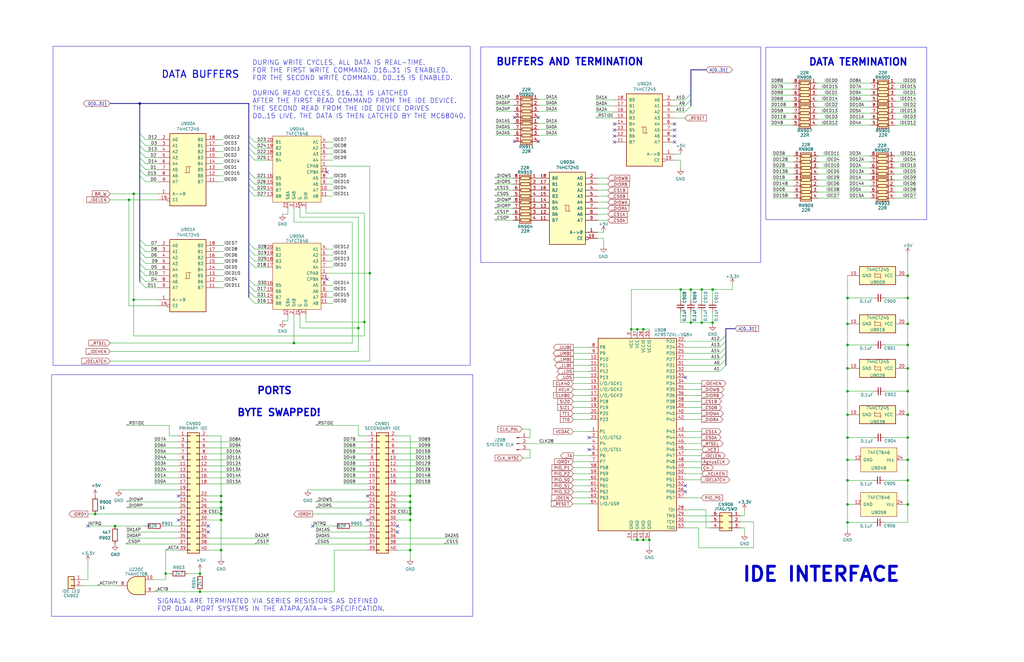
<source format=kicad_sch>
(kicad_sch (version 20230121) (generator eeschema)
  (paper "B")
  (title_block (title "AMIGA PCI") (date "2023-12-31") (rev "1"))
  (junction (at 357.378 184.658))
  (junction (at 172.974 219.456))
  (junction (at 357.378 125.73))
  (junction (at 357.378 155.448))
  (junction (at 357.378 202.692))
  (junction (at 357.378 175.006))
  (junction (at 54.356 84.328))
  (junction (at 357.378 145.542))
  (junction (at 93.218 219.456))
  (junction (at 123.952 144.78))
  (junction (at 382.778 202.692))
  (junction (at 357.378 220.472))
  (junction (at 273.812 227.838))
  (junction (at 295.91 136.144))
  (junction (at 84.328 242.062))
  (junction (at 172.974 216.916))
  (junction (at 300.482 122.174))
  (junction (at 271.272 227.838))
  (junction (at 155.956 115.316))
  (junction (at 382.778 155.448))
  (junction (at 93.218 209.296))
  (junction (at 382.778 175.006))
  (junction (at 151.13 138.43))
  (junction (at 271.272 138.938))
  (junction (at 357.378 165.1))
  (junction (at 40.132 216.916))
  (junction (at 58.928 43.688))
  (junction (at 172.974 211.836))
  (junction (at 153.67 135.89))
  (junction (at 291.338 136.144))
  (junction (at 382.778 116.332))
  (junction (at 382.778 165.1))
  (junction (at 357.378 212.852))
  (junction (at 268.732 138.938))
  (junction (at 56.388 81.788))
  (junction (at 268.732 227.838))
  (junction (at 93.218 211.836))
  (junction (at 295.91 122.174))
  (junction (at 382.778 145.542))
  (junction (at 93.218 232.156))
  (junction (at 48.514 221.996))
  (junction (at 357.378 194.056))
  (junction (at 69.85 242.062))
  (junction (at 382.778 194.056))
  (junction (at 172.974 214.376))
  (junction (at 357.378 136.652))
  (junction (at 300.482 136.144))
  (junction (at 93.218 214.376))
  (junction (at 382.778 184.658))
  (junction (at 382.778 125.73))
  (junction (at 382.778 212.852))
  (junction (at 172.974 232.156))
  (junction (at 56.388 126.492))
  (junction (at 93.218 216.916))
  (junction (at 382.778 136.652))
  (junction (at 291.338 122.174))
  (junction (at 266.192 138.938))
  (junction (at 172.974 209.296))
  (junction (at 287.02 122.174))
  (junction (at 84.328 249.682))
  (no_connect (at 248.412 189.738))
  (no_connect (at 87.884 221.996))
  (no_connect (at 37.084 221.996))
  (no_connect (at 289.052 207.518))
  (no_connect (at 284.48 57.404))
  (no_connect (at 259.08 54.864))
  (no_connect (at 289.052 159.258))
  (no_connect (at 216.916 59.69))
  (no_connect (at 137.922 117.856))
  (no_connect (at 87.884 224.536))
  (no_connect (at 216.916 49.53))
  (no_connect (at 154.94 209.296))
  (no_connect (at 284.48 52.324))
  (no_connect (at 259.08 59.944))
  (no_connect (at 259.08 52.324))
  (no_connect (at 289.052 204.978))
  (no_connect (at 284.48 59.944))
  (no_connect (at 167.64 224.536))
  (no_connect (at 227.076 49.53))
  (no_connect (at 131.826 221.996))
  (no_connect (at 284.48 54.864))
  (no_connect (at 259.08 57.404))
  (no_connect (at 248.412 184.658))
  (no_connect (at 167.64 221.996))
  (no_connect (at 227.076 59.69))
  (no_connect (at 75.184 209.296))
  (no_connect (at 154.94 219.456))
  (no_connect (at 75.184 219.456))
  (no_connect (at 137.922 72.644))
  (bus_entry (at 104.902 122.936) (size 2.54 2.54))
  (bus_entry (at 104.902 77.724) (size 2.54 2.54))
  (bus_entry (at 104.902 57.404) (size 2.54 2.54))
  (bus_entry (at 104.902 102.616) (size 2.54 2.54))
  (bus_entry (at 58.928 118.872) (size 2.54 2.54))
  (bus_entry (at 303.53 144.018) (size 2.54 -2.54))
  (bus_entry (at 104.902 125.476) (size 2.54 2.54))
  (bus_entry (at 58.928 64.008) (size 2.54 2.54))
  (bus_entry (at 58.928 106.172) (size 2.54 2.54))
  (bus_entry (at 104.902 105.156) (size 2.54 2.54))
  (bus_entry (at 58.928 113.792) (size 2.54 2.54))
  (bus_entry (at 58.928 111.252) (size 2.54 2.54))
  (bus_entry (at 104.902 72.644) (size 2.54 2.54))
  (bus_entry (at 104.902 120.396) (size 2.54 2.54))
  (bus_entry (at 303.53 156.718) (size 2.54 -2.54))
  (bus_entry (at 58.928 69.088) (size 2.54 2.54))
  (bus_entry (at 303.53 154.178) (size 2.54 -2.54))
  (bus_entry (at 104.902 107.696) (size 2.54 2.54))
  (bus_entry (at 104.902 110.236) (size 2.54 2.54))
  (bus_entry (at 58.928 103.632) (size 2.54 2.54))
  (bus_entry (at 104.902 59.944) (size 2.54 2.54))
  (bus_entry (at 58.928 56.388) (size 2.54 2.54))
  (bus_entry (at 104.902 75.184) (size 2.54 2.54))
  (bus_entry (at 104.902 117.856) (size 2.54 2.54))
  (bus_entry (at 104.902 80.264) (size 2.54 2.54))
  (bus_entry (at 104.902 62.484) (size 2.54 2.54))
  (bus_entry (at 104.902 65.024) (size 2.54 2.54))
  (bus_entry (at 58.928 101.092) (size 2.54 2.54))
  (bus_entry (at 303.53 149.098) (size 2.54 -2.54))
  (bus_entry (at 58.928 108.712) (size 2.54 2.54))
  (bus_entry (at 288.798 42.164) (size 2.54 -2.54))
  (bus_entry (at 58.928 58.928) (size 2.54 2.54))
  (bus_entry (at 58.928 66.548) (size 2.54 2.54))
  (bus_entry (at 58.928 71.628) (size 2.54 2.54))
  (bus_entry (at 288.798 47.244) (size 2.54 -2.54))
  (bus_entry (at 303.53 151.638) (size 2.54 -2.54))
  (bus_entry (at 58.928 74.168) (size 2.54 2.54))
  (bus_entry (at 288.798 44.704) (size 2.54 -2.54))
  (bus_entry (at 58.928 116.332) (size 2.54 2.54))
  (bus_entry (at 303.53 146.558) (size 2.54 -2.54))
  (bus_entry (at 58.928 61.468) (size 2.54 2.54))
  (wire (pts (xy 325.12 50.292) (xy 334.264 50.292)))
  (wire (pts (xy 251.206 49.784) (xy 259.08 49.784)))
  (wire (pts (xy 297.688 222.758) (xy 297.688 215.138)))
  (wire (pts (xy 325.12 37.592) (xy 334.264 37.592)))
  (wire (pts (xy 61.468 66.548) (xy 66.548 66.548)))
  (wire (pts (xy 344.932 70.866) (xy 354.076 70.866)))
  (wire (pts (xy 382.778 194.056) (xy 380.746 194.056)))
  (wire (pts (xy 107.442 112.776) (xy 112.522 112.776)))
  (wire (pts (xy 234.95 46.99) (xy 227.076 46.99)))
  (wire (pts (xy 65.024 199.136) (xy 75.184 199.136)))
  (wire (pts (xy 167.64 201.676) (xy 181.61 201.676)))
  (wire (pts (xy 61.468 64.008) (xy 66.548 64.008)))
  (wire (pts (xy 251.206 44.704) (xy 259.08 44.704)))
  (bus (pts (xy 58.928 43.688) (xy 46.482 43.688)))
  (wire (pts (xy 129.032 89.916) (xy 153.67 89.916)))
  (wire (pts (xy 209.042 57.15) (xy 216.916 57.15)))
  (wire (pts (xy 382.778 165.1) (xy 382.778 175.006)))
  (wire (pts (xy 61.468 111.252) (xy 66.548 111.252)))
  (wire (pts (xy 94.234 58.928) (xy 91.948 58.928)))
  (wire (pts (xy 140.462 67.564) (xy 137.922 67.564)))
  (wire (pts (xy 140.462 110.236) (xy 137.922 110.236)))
  (wire (pts (xy 377.19 68.326) (xy 386.334 68.326)))
  (wire (pts (xy 325.882 78.486) (xy 334.772 78.486)))
  (wire (pts (xy 357.378 224.028) (xy 357.378 220.472)))
  (wire (pts (xy 140.462 105.156) (xy 137.922 105.156)))
  (wire (pts (xy 71.628 242.062) (xy 69.85 242.062)))
  (wire (pts (xy 377.19 78.486) (xy 386.334 78.486)))
  (wire (pts (xy 129.794 206.756) (xy 154.94 206.756)))
  (wire (pts (xy 94.234 64.008) (xy 91.948 64.008)))
  (wire (pts (xy 287.02 122.174) (xy 266.192 122.174)))
  (wire (pts (xy 234.95 41.91) (xy 227.076 41.91)))
  (wire (pts (xy 107.442 110.236) (xy 112.522 110.236)))
  (wire (pts (xy 382.778 145.542) (xy 382.778 155.448)))
  (wire (pts (xy 56.388 126.492) (xy 66.548 126.492)))
  (wire (pts (xy 382.778 125.73) (xy 373.38 125.73)))
  (wire (pts (xy 94.234 61.468) (xy 91.948 61.468)))
  (wire (pts (xy 251.968 85.344) (xy 256.286 85.344)))
  (wire (pts (xy 377.19 83.566) (xy 386.334 83.566)))
  (wire (pts (xy 344.424 37.592) (xy 353.314 37.592)))
  (wire (pts (xy 65.024 186.436) (xy 75.184 186.436)))
  (wire (pts (xy 209.042 46.99) (xy 216.916 46.99)))
  (wire (pts (xy 107.442 125.476) (xy 112.522 125.476)))
  (bus (pts (xy 104.902 43.688) (xy 104.902 57.404)))
  (wire (pts (xy 382.778 136.652) (xy 382.778 145.542)))
  (bus (pts (xy 104.902 77.724) (xy 104.902 80.264)))
  (bus (pts (xy 58.928 43.688) (xy 104.902 43.688)))
  (wire (pts (xy 107.442 122.936) (xy 112.522 122.936)))
  (wire (pts (xy 123.952 87.884) (xy 123.952 93.726)))
  (wire (pts (xy 373.126 220.472) (xy 382.778 220.472)))
  (wire (pts (xy 289.052 156.718) (xy 303.53 156.718)))
  (bus (pts (xy 291.338 29.464) (xy 297.688 29.464)))
  (wire (pts (xy 129.032 87.884) (xy 129.032 89.916)))
  (wire (pts (xy 223.52 181.102) (xy 220.218 181.102)))
  (bus (pts (xy 58.928 56.388) (xy 58.928 43.688)))
  (wire (pts (xy 94.488 108.712) (xy 91.948 108.712)))
  (wire (pts (xy 153.67 135.89) (xy 129.032 135.89)))
  (wire (pts (xy 53.086 229.616) (xy 75.184 229.616)))
  (wire (pts (xy 357.378 194.056) (xy 357.378 202.692)))
  (wire (pts (xy 123.952 144.78) (xy 148.59 144.78)))
  (wire (pts (xy 368.3 145.542) (xy 357.378 145.542)))
  (wire (pts (xy 358.14 37.592) (xy 367.284 37.592)))
  (wire (pts (xy 126.492 133.096) (xy 126.492 138.43)))
  (wire (pts (xy 344.932 73.406) (xy 354.076 73.406)))
  (wire (pts (xy 382.778 212.852) (xy 380.746 212.852)))
  (bus (pts (xy 291.338 42.164) (xy 291.338 39.624)))
  (wire (pts (xy 223.52 193.294) (xy 220.472 193.294)))
  (wire (pts (xy 308.864 122.174) (xy 300.482 122.174)))
  (wire (pts (xy 65.024 191.516) (xy 75.184 191.516)))
  (wire (pts (xy 167.64 186.436) (xy 181.61 186.436)))
  (wire (pts (xy 234.95 57.15) (xy 227.076 57.15)))
  (wire (pts (xy 289.052 210.058) (xy 295.656 210.058)))
  (wire (pts (xy 312.42 220.218) (xy 317.754 220.218)))
  (wire (pts (xy 208.534 77.724) (xy 216.408 77.724)))
  (wire (pts (xy 69.85 232.156) (xy 75.184 232.156)))
  (wire (pts (xy 75.184 183.896) (xy 71.374 183.896)))
  (wire (pts (xy 344.424 40.132) (xy 353.314 40.132)))
  (wire (pts (xy 144.78 194.056) (xy 154.94 194.056)))
  (wire (pts (xy 87.884 219.456) (xy 93.218 219.456)))
  (wire (pts (xy 382.778 155.448) (xy 382.778 165.1)))
  (wire (pts (xy 65.024 188.976) (xy 75.184 188.976)))
  (wire (pts (xy 300.482 122.174) (xy 300.482 126.746)))
  (bus (pts (xy 58.928 101.092) (xy 58.928 103.632)))
  (wire (pts (xy 241.808 182.118) (xy 248.412 182.118)))
  (wire (pts (xy 87.884 211.836) (xy 93.218 211.836)))
  (wire (pts (xy 61.468 69.088) (xy 66.548 69.088)))
  (wire (pts (xy 65.024 196.596) (xy 75.184 196.596)))
  (wire (pts (xy 93.218 219.456) (xy 93.218 232.156)))
  (wire (pts (xy 56.388 81.788) (xy 66.548 81.788)))
  (wire (pts (xy 87.884 194.056) (xy 101.6 194.056)))
  (wire (pts (xy 46.482 144.78) (xy 123.952 144.78)))
  (wire (pts (xy 107.442 77.724) (xy 112.522 77.724)))
  (wire (pts (xy 234.95 44.45) (xy 227.076 44.45)))
  (wire (pts (xy 65.024 249.682) (xy 84.328 249.682)))
  (wire (pts (xy 300.482 136.144) (xy 300.482 136.906)))
  (wire (pts (xy 68.834 221.996) (xy 75.184 221.996)))
  (wire (pts (xy 251.968 75.184) (xy 256.286 75.184)))
  (wire (pts (xy 289.052 166.878) (xy 295.91 166.878)))
  (wire (pts (xy 295.91 136.144) (xy 300.482 136.144)))
  (wire (pts (xy 119.126 135.382) (xy 119.126 135.636)))
  (wire (pts (xy 61.468 106.172) (xy 66.548 106.172)))
  (wire (pts (xy 325.882 83.566) (xy 334.772 83.566)))
  (wire (pts (xy 284.48 42.164) (xy 288.798 42.164)))
  (wire (pts (xy 50.038 206.756) (xy 75.184 206.756)))
  (wire (pts (xy 87.884 183.896) (xy 93.218 183.896)))
  (wire (pts (xy 312.42 217.678) (xy 313.944 217.678)))
  (wire (pts (xy 357.378 116.332) (xy 357.378 125.73)))
  (wire (pts (xy 358.14 78.486) (xy 367.03 78.486)))
  (wire (pts (xy 289.052 177.038) (xy 295.91 177.038)))
  (wire (pts (xy 289.052 149.098) (xy 303.53 149.098)))
  (wire (pts (xy 287.02 131.826) (xy 287.02 136.144)))
  (bus (pts (xy 58.928 66.548) (xy 58.928 64.008)))
  (wire (pts (xy 382.778 116.332) (xy 382.778 125.73)))
  (bus (pts (xy 58.928 61.468) (xy 58.928 58.928)))
  (bus (pts (xy 104.902 59.944) (xy 104.902 62.484)))
  (wire (pts (xy 144.78 204.216) (xy 154.94 204.216)))
  (wire (pts (xy 140.462 75.184) (xy 137.922 75.184)))
  (wire (pts (xy 107.442 65.024) (xy 112.522 65.024)))
  (wire (pts (xy 126.492 138.43) (xy 151.13 138.43)))
  (wire (pts (xy 167.64 211.836) (xy 172.974 211.836)))
  (wire (pts (xy 295.91 122.174) (xy 300.482 122.174)))
  (wire (pts (xy 266.192 122.174) (xy 266.192 138.938)))
  (wire (pts (xy 377.444 52.832) (xy 386.334 52.832)))
  (wire (pts (xy 358.14 47.752) (xy 367.284 47.752)))
  (wire (pts (xy 325.882 75.946) (xy 334.772 75.946)))
  (bus (pts (xy 306.07 149.098) (xy 306.07 146.558)))
  (wire (pts (xy 313.944 222.758) (xy 313.944 225.298)))
  (wire (pts (xy 167.64 188.976) (xy 181.61 188.976)))
  (wire (pts (xy 137.922 70.104) (xy 155.956 70.104)))
  (wire (pts (xy 53.34 214.376) (xy 75.184 214.376)))
  (wire (pts (xy 209.042 54.61) (xy 216.916 54.61)))
  (wire (pts (xy 65.024 194.056) (xy 75.184 194.056)))
  (wire (pts (xy 251.968 98.044) (xy 254.508 98.044)))
  (wire (pts (xy 66.548 129.032) (xy 54.356 129.032)))
  (bus (pts (xy 58.928 74.168) (xy 58.928 71.628)))
  (wire (pts (xy 382.778 202.692) (xy 382.778 212.852)))
  (wire (pts (xy 248.412 174.498) (xy 241.808 174.498)))
  (wire (pts (xy 325.882 65.786) (xy 334.772 65.786)))
  (wire (pts (xy 61.468 113.792) (xy 66.548 113.792)))
  (wire (pts (xy 357.378 125.73) (xy 357.378 136.652)))
  (wire (pts (xy 87.884 204.216) (xy 101.6 204.216)))
  (bus (pts (xy 104.902 57.404) (xy 104.902 59.944)))
  (bus (pts (xy 104.902 62.484) (xy 104.902 65.024)))
  (wire (pts (xy 344.424 42.672) (xy 353.314 42.672)))
  (bus (pts (xy 104.902 107.696) (xy 104.902 110.236)))
  (wire (pts (xy 140.462 112.776) (xy 137.922 112.776)))
  (wire (pts (xy 167.64 199.136) (xy 181.61 199.136)))
  (wire (pts (xy 360.426 194.056) (xy 357.378 194.056)))
  (wire (pts (xy 148.59 93.726) (xy 148.59 144.78)))
  (wire (pts (xy 377.444 40.132) (xy 386.334 40.132)))
  (wire (pts (xy 209.042 41.91) (xy 216.916 41.91)))
  (wire (pts (xy 79.248 242.062) (xy 84.328 242.062)))
  (wire (pts (xy 84.328 249.682) (xy 140.97 249.682)))
  (wire (pts (xy 295.91 184.658) (xy 289.052 184.658)))
  (wire (pts (xy 377.444 35.052) (xy 386.334 35.052)))
  (wire (pts (xy 208.534 82.804) (xy 216.408 82.804)))
  (wire (pts (xy 358.14 35.052) (xy 367.284 35.052)))
  (wire (pts (xy 317.754 220.218) (xy 317.754 231.14)))
  (wire (pts (xy 144.78 196.596) (xy 154.94 196.596)))
  (wire (pts (xy 140.462 62.484) (xy 137.922 62.484)))
  (bus (pts (xy 104.902 102.616) (xy 104.902 105.156)))
  (wire (pts (xy 344.424 52.832) (xy 353.314 52.832)))
  (wire (pts (xy 140.462 120.396) (xy 137.922 120.396)))
  (bus (pts (xy 306.07 146.558) (xy 306.07 144.018)))
  (wire (pts (xy 144.78 199.136) (xy 154.94 199.136)))
  (wire (pts (xy 223.52 193.294) (xy 223.52 189.738)))
  (bus (pts (xy 104.902 122.936) (xy 104.902 125.476)))
  (wire (pts (xy 172.974 216.916) (xy 172.974 219.456)))
  (wire (pts (xy 87.884 191.516) (xy 101.6 191.516)))
  (bus (pts (xy 306.07 144.018) (xy 306.07 141.478)))
  (wire (pts (xy 357.378 155.448) (xy 357.378 165.1)))
  (wire (pts (xy 140.97 232.156) (xy 154.94 232.156)))
  (bus (pts (xy 291.338 44.704) (xy 291.338 42.164)))
  (wire (pts (xy 241.554 212.598) (xy 248.412 212.598)))
  (wire (pts (xy 295.91 122.174) (xy 295.91 126.746)))
  (wire (pts (xy 144.78 191.516) (xy 154.94 191.516)))
  (wire (pts (xy 123.952 133.096) (xy 123.952 144.78)))
  (wire (pts (xy 61.468 103.632) (xy 66.548 103.632)))
  (wire (pts (xy 94.488 103.632) (xy 91.948 103.632)))
  (wire (pts (xy 377.19 75.946) (xy 386.334 75.946)))
  (wire (pts (xy 94.488 121.412) (xy 91.948 121.412)))
  (wire (pts (xy 344.932 78.486) (xy 354.076 78.486)))
  (wire (pts (xy 172.974 232.156) (xy 172.974 235.712)))
  (wire (pts (xy 129.032 135.89) (xy 129.032 133.096)))
  (wire (pts (xy 377.444 47.752) (xy 386.334 47.752)))
  (wire (pts (xy 208.534 85.344) (xy 216.408 85.344)))
  (wire (pts (xy 284.48 47.244) (xy 288.798 47.244)))
  (wire (pts (xy 37.084 216.916) (xy 40.132 216.916)))
  (wire (pts (xy 325.12 45.212) (xy 334.264 45.212)))
  (wire (pts (xy 344.424 35.052) (xy 353.314 35.052)))
  (wire (pts (xy 291.338 136.144) (xy 295.91 136.144)))
  (wire (pts (xy 284.48 44.704) (xy 288.798 44.704)))
  (wire (pts (xy 344.932 65.786) (xy 354.076 65.786)))
  (bus (pts (xy 58.928 106.172) (xy 58.928 108.712)))
  (wire (pts (xy 84.328 240.792) (xy 84.328 242.062)))
  (wire (pts (xy 289.052 174.498) (xy 295.91 174.498)))
  (wire (pts (xy 35.052 244.602) (xy 37.084 244.602)))
  (wire (pts (xy 61.468 108.712) (xy 66.548 108.712)))
  (wire (pts (xy 69.85 244.602) (xy 69.85 242.062)))
  (bus (pts (xy 58.928 116.332) (xy 58.928 118.872)))
  (wire (pts (xy 251.968 87.884) (xy 256.286 87.884)))
  (wire (pts (xy 241.808 194.818) (xy 248.412 194.818)))
  (wire (pts (xy 53.34 224.536) (xy 75.184 224.536)))
  (wire (pts (xy 140.462 125.476) (xy 137.922 125.476)))
  (wire (pts (xy 251.206 47.244) (xy 259.08 47.244)))
  (bus (pts (xy 58.928 108.712) (xy 58.928 111.252)))
  (wire (pts (xy 140.462 77.724) (xy 137.922 77.724)))
  (wire (pts (xy 107.442 75.184) (xy 112.522 75.184)))
  (wire (pts (xy 56.388 141.732) (xy 56.388 126.492)))
  (wire (pts (xy 325.882 73.406) (xy 334.772 73.406)))
  (wire (pts (xy 300.482 131.826) (xy 300.482 136.144)))
  (wire (pts (xy 140.462 122.936) (xy 137.922 122.936)))
  (wire (pts (xy 284.48 65.024) (xy 287.02 65.024)))
  (wire (pts (xy 358.14 65.786) (xy 367.03 65.786)))
  (wire (pts (xy 61.468 118.872) (xy 66.548 118.872)))
  (wire (pts (xy 133.096 211.836) (xy 154.94 211.836)))
  (wire (pts (xy 53.34 211.836) (xy 75.184 211.836)))
  (wire (pts (xy 144.78 188.976) (xy 154.94 188.976)))
  (wire (pts (xy 271.272 138.938) (xy 273.812 138.938)))
  (wire (pts (xy 373.38 184.658) (xy 382.778 184.658)))
  (wire (pts (xy 299.72 222.758) (xy 297.688 222.758)))
  (wire (pts (xy 289.052 217.678) (xy 299.72 217.678)))
  (wire (pts (xy 295.656 202.438) (xy 289.052 202.438)))
  (wire (pts (xy 358.14 42.672) (xy 367.284 42.672)))
  (wire (pts (xy 358.14 70.866) (xy 367.03 70.866)))
  (wire (pts (xy 325.12 47.752) (xy 334.264 47.752)))
  (wire (pts (xy 248.412 197.358) (xy 241.808 197.358)))
  (wire (pts (xy 357.378 136.652) (xy 357.378 145.542)))
  (wire (pts (xy 234.95 54.61) (xy 227.076 54.61)))
  (bus (pts (xy 104.902 117.856) (xy 104.902 120.396)))
  (wire (pts (xy 133.096 179.578) (xy 151.13 179.578)))
  (wire (pts (xy 153.67 135.89) (xy 153.67 141.732)))
  (wire (pts (xy 295.91 131.826) (xy 295.91 136.144)))
  (wire (pts (xy 107.442 105.156) (xy 112.522 105.156)))
  (wire (pts (xy 368.046 220.472) (xy 357.378 220.472)))
  (wire (pts (xy 208.534 90.424) (xy 216.408 90.424)))
  (wire (pts (xy 223.52 184.658) (xy 223.012 184.658)))
  (wire (pts (xy 46.482 152.4) (xy 155.956 152.4)))
  (wire (pts (xy 167.64 194.056) (xy 181.61 194.056)))
  (wire (pts (xy 289.052 161.798) (xy 295.91 161.798)))
  (wire (pts (xy 223.52 189.738) (xy 223.012 189.738)))
  (wire (pts (xy 46.482 148.336) (xy 151.13 148.336)))
  (wire (pts (xy 87.884 216.916) (xy 93.218 216.916)))
  (wire (pts (xy 223.52 181.102) (xy 223.52 184.658)))
  (wire (pts (xy 358.14 73.406) (xy 367.03 73.406)))
  (wire (pts (xy 251.206 42.164) (xy 259.08 42.164)))
  (wire (pts (xy 61.468 76.708) (xy 66.548 76.708)))
  (bus (pts (xy 104.902 105.156) (xy 104.902 107.696)))
  (wire (pts (xy 241.808 156.718) (xy 248.412 156.718)))
  (wire (pts (xy 248.412 202.438) (xy 241.808 202.438)))
  (wire (pts (xy 291.338 122.174) (xy 295.91 122.174)))
  (wire (pts (xy 167.64 216.916) (xy 172.974 216.916)))
  (wire (pts (xy 241.808 171.958) (xy 248.412 171.958)))
  (wire (pts (xy 289.052 220.218) (xy 299.72 220.218)))
  (wire (pts (xy 107.442 59.944) (xy 112.522 59.944)))
  (wire (pts (xy 94.234 74.168) (xy 91.948 74.168)))
  (wire (pts (xy 248.412 151.638) (xy 241.808 151.638)))
  (wire (pts (xy 357.378 165.1) (xy 357.378 175.006)))
  (wire (pts (xy 167.64 196.596) (xy 181.61 196.596)))
  (wire (pts (xy 241.808 177.038) (xy 248.412 177.038)))
  (wire (pts (xy 132.842 229.616) (xy 154.94 229.616)))
  (wire (pts (xy 382.778 194.056) (xy 382.778 202.692)))
  (wire (pts (xy 93.218 211.836) (xy 93.218 214.376)))
  (wire (pts (xy 87.884 196.596) (xy 101.6 196.596)))
  (wire (pts (xy 308.864 120.142) (xy 308.864 122.174)))
  (wire (pts (xy 94.234 71.628) (xy 91.948 71.628)))
  (wire (pts (xy 295.91 171.958) (xy 289.052 171.958)))
  (wire (pts (xy 167.64 209.296) (xy 172.974 209.296)))
  (wire (pts (xy 208.534 92.964) (xy 216.408 92.964)))
  (wire (pts (xy 155.956 70.104) (xy 155.956 115.316)))
  (wire (pts (xy 93.218 214.376) (xy 93.218 216.916)))
  (wire (pts (xy 377.19 73.406) (xy 386.334 73.406)))
  (wire (pts (xy 61.468 58.928) (xy 66.548 58.928)))
  (wire (pts (xy 289.052 194.818) (xy 295.91 194.818)))
  (bus (pts (xy 104.902 120.396) (xy 104.902 122.936)))
  (wire (pts (xy 287.02 126.746) (xy 287.02 122.174)))
  (wire (pts (xy 317.754 231.14) (xy 294.64 231.14)))
  (wire (pts (xy 94.488 118.872) (xy 91.948 118.872)))
  (wire (pts (xy 325.882 68.326) (xy 334.772 68.326)))
  (wire (pts (xy 133.096 224.536) (xy 154.94 224.536)))
  (bus (pts (xy 306.07 154.178) (xy 306.07 151.638)))
  (wire (pts (xy 358.14 68.326) (xy 367.03 68.326)))
  (wire (pts (xy 148.59 221.996) (xy 154.94 221.996)))
  (wire (pts (xy 61.468 116.332) (xy 66.548 116.332)))
  (wire (pts (xy 377.19 81.026) (xy 386.334 81.026)))
  (wire (pts (xy 241.808 161.798) (xy 248.412 161.798)))
  (wire (pts (xy 289.052 215.138) (xy 297.688 215.138)))
  (wire (pts (xy 140.462 65.024) (xy 137.922 65.024)))
  (wire (pts (xy 273.812 227.838) (xy 273.812 231.14)))
  (wire (pts (xy 71.374 183.896) (xy 71.374 179.578)))
  (wire (pts (xy 358.14 75.946) (xy 367.03 75.946)))
  (wire (pts (xy 358.14 83.566) (xy 367.03 83.566)))
  (wire (pts (xy 167.64 219.456) (xy 172.974 219.456)))
  (wire (pts (xy 93.218 216.916) (xy 93.218 219.456)))
  (wire (pts (xy 107.442 107.696) (xy 112.522 107.696)))
  (wire (pts (xy 295.91 199.898) (xy 289.052 199.898)))
  (wire (pts (xy 46.482 84.328) (xy 54.356 84.328)))
  (wire (pts (xy 266.192 227.838) (xy 268.732 227.838)))
  (wire (pts (xy 294.64 231.14) (xy 294.64 222.758)))
  (wire (pts (xy 358.14 40.132) (xy 367.284 40.132)))
  (wire (pts (xy 140.462 82.804) (xy 137.922 82.804)))
  (wire (pts (xy 54.356 129.032) (xy 54.356 84.328)))
  (wire (pts (xy 35.052 247.142) (xy 49.784 247.142)))
  (wire (pts (xy 325.12 35.052) (xy 334.264 35.052)))
  (wire (pts (xy 140.462 107.696) (xy 137.922 107.696)))
  (wire (pts (xy 289.052 154.178) (xy 303.53 154.178)))
  (wire (pts (xy 358.14 81.026) (xy 367.03 81.026)))
  (wire (pts (xy 172.974 209.296) (xy 172.974 211.836)))
  (wire (pts (xy 241.808 146.558) (xy 248.412 146.558)))
  (wire (pts (xy 325.12 52.832) (xy 334.264 52.832)))
  (wire (pts (xy 131.826 221.996) (xy 140.97 221.996)))
  (wire (pts (xy 123.952 93.726) (xy 148.59 93.726)))
  (wire (pts (xy 295.91 164.338) (xy 289.052 164.338)))
  (bus (pts (xy 58.928 64.008) (xy 58.928 61.468)))
  (bus (pts (xy 104.902 80.264) (xy 104.902 102.616)))
  (wire (pts (xy 241.808 154.178) (xy 248.412 154.178)))
  (bus (pts (xy 58.928 103.632) (xy 58.928 106.172)))
  (bus (pts (xy 58.928 74.168) (xy 58.928 101.092)))
  (wire (pts (xy 325.12 40.132) (xy 334.264 40.132)))
  (wire (pts (xy 313.944 215.392) (xy 313.944 217.678)))
  (wire (pts (xy 140.462 59.944) (xy 137.922 59.944)))
  (wire (pts (xy 107.442 120.396) (xy 112.522 120.396)))
  (wire (pts (xy 93.218 183.896) (xy 93.218 209.296)))
  (wire (pts (xy 289.052 189.738) (xy 295.91 189.738)))
  (wire (pts (xy 65.024 244.602) (xy 69.85 244.602)))
  (wire (pts (xy 377.444 37.592) (xy 386.334 37.592)))
  (wire (pts (xy 377.444 45.212) (xy 386.334 45.212)))
  (wire (pts (xy 87.884 232.156) (xy 93.218 232.156)))
  (wire (pts (xy 291.338 131.826) (xy 291.338 136.144)))
  (wire (pts (xy 294.64 222.758) (xy 289.052 222.758)))
  (wire (pts (xy 382.778 184.658) (xy 382.778 194.056)))
  (bus (pts (xy 291.338 39.624) (xy 291.338 29.464)))
  (wire (pts (xy 360.426 212.852) (xy 357.378 212.852)))
  (wire (pts (xy 121.412 90.424) (xy 121.412 87.884)))
  (wire (pts (xy 377.444 50.292) (xy 386.334 50.292)))
  (wire (pts (xy 87.884 186.436) (xy 101.6 186.436)))
  (wire (pts (xy 40.132 216.916) (xy 75.184 216.916)))
  (wire (pts (xy 94.234 76.708) (xy 91.948 76.708)))
  (wire (pts (xy 344.932 83.566) (xy 354.076 83.566)))
  (wire (pts (xy 209.042 44.45) (xy 216.916 44.45)))
  (wire (pts (xy 241.808 159.258) (xy 248.412 159.258)))
  (wire (pts (xy 87.884 214.376) (xy 93.218 214.376)))
  (wire (pts (xy 94.488 116.332) (xy 91.948 116.332)))
  (bus (pts (xy 58.928 69.088) (xy 58.928 66.548)))
  (wire (pts (xy 93.218 232.156) (xy 93.218 235.712)))
  (wire (pts (xy 287.02 122.174) (xy 291.338 122.174)))
  (wire (pts (xy 248.412 199.898) (xy 241.808 199.898)))
  (wire (pts (xy 382.778 145.542) (xy 373.38 145.542)))
  (wire (pts (xy 295.91 169.418) (xy 289.052 169.418)))
  (wire (pts (xy 61.468 61.468) (xy 66.548 61.468)))
  (wire (pts (xy 241.808 164.338) (xy 248.412 164.338)))
  (wire (pts (xy 373.38 165.1) (xy 382.778 165.1)))
  (wire (pts (xy 37.084 236.982) (xy 37.084 244.602)))
  (bus (pts (xy 306.07 141.478) (xy 306.07 138.684)))
  (wire (pts (xy 87.884 188.976) (xy 101.6 188.976)))
  (wire (pts (xy 368.3 165.1) (xy 357.378 165.1)))
  (bus (pts (xy 104.902 72.644) (xy 104.902 75.184)))
  (wire (pts (xy 140.462 128.016) (xy 137.922 128.016)))
  (wire (pts (xy 94.488 106.172) (xy 91.948 106.172)))
  (bus (pts (xy 58.928 58.928) (xy 58.928 56.388)))
  (wire (pts (xy 234.95 52.07) (xy 227.076 52.07)))
  (bus (pts (xy 104.902 75.184) (xy 104.902 77.724)))
  (wire (pts (xy 289.052 144.018) (xy 303.53 144.018)))
  (wire (pts (xy 208.534 87.884) (xy 216.408 87.884)))
  (bus (pts (xy 306.07 138.684) (xy 309.88 138.684)))
  (wire (pts (xy 208.534 80.264) (xy 216.408 80.264)))
  (wire (pts (xy 287.02 67.564) (xy 284.48 67.564)))
  (wire (pts (xy 54.356 84.328) (xy 66.548 84.328)))
  (wire (pts (xy 94.488 111.252) (xy 91.948 111.252)))
  (wire (pts (xy 167.64 214.376) (xy 172.974 214.376)))
  (bus (pts (xy 104.902 65.024) (xy 104.902 72.644)))
  (wire (pts (xy 133.096 227.076) (xy 154.94 227.076)))
  (wire (pts (xy 382.778 107.188) (xy 382.778 116.332)))
  (wire (pts (xy 241.808 166.878) (xy 248.412 166.878)))
  (wire (pts (xy 140.97 249.682) (xy 140.97 232.156)))
  (wire (pts (xy 167.64 183.896) (xy 172.974 183.896)))
  (bus (pts (xy 58.928 71.628) (xy 58.928 69.088)))
  (wire (pts (xy 151.13 138.43) (xy 151.13 148.336)))
  (wire (pts (xy 289.052 182.118) (xy 295.91 182.118)))
  (wire (pts (xy 251.968 90.424) (xy 256.286 90.424)))
  (wire (pts (xy 167.64 191.516) (xy 181.61 191.516)))
  (wire (pts (xy 155.956 115.316) (xy 155.956 152.4)))
  (bus (pts (xy 58.928 111.252) (xy 58.928 113.792)))
  (wire (pts (xy 382.778 125.73) (xy 382.778 136.652)))
  (wire (pts (xy 172.974 214.376) (xy 172.974 216.916)))
  (wire (pts (xy 271.272 227.838) (xy 273.812 227.838)))
  (wire (pts (xy 121.412 135.382) (xy 121.412 133.096)))
  (wire (pts (xy 289.052 146.558) (xy 303.53 146.558)))
  (wire (pts (xy 94.234 69.088) (xy 91.948 69.088)))
  (wire (pts (xy 357.378 184.658) (xy 357.378 194.056)))
  (wire (pts (xy 87.884 227.076) (xy 113.538 227.076)))
  (wire (pts (xy 377.19 70.866) (xy 386.334 70.866)))
  (wire (pts (xy 144.78 186.436) (xy 154.94 186.436)))
  (wire (pts (xy 172.974 183.896) (xy 172.974 209.296)))
  (wire (pts (xy 56.388 141.732) (xy 153.67 141.732)))
  (wire (pts (xy 107.442 82.804) (xy 112.522 82.804)))
  (wire (pts (xy 291.338 122.174) (xy 291.338 126.746)))
  (wire (pts (xy 357.378 145.542) (xy 357.378 155.448)))
  (wire (pts (xy 251.968 77.724) (xy 256.286 77.724)))
  (wire (pts (xy 248.412 169.418) (xy 241.808 169.418)))
  (wire (pts (xy 167.64 232.156) (xy 172.974 232.156)))
  (wire (pts (xy 167.64 227.076) (xy 193.548 227.076)))
  (wire (pts (xy 107.442 67.564) (xy 112.522 67.564)))
  (bus (pts (xy 104.902 110.236) (xy 104.902 117.856)))
  (wire (pts (xy 87.884 201.676) (xy 101.6 201.676)))
  (wire (pts (xy 325.12 42.672) (xy 334.264 42.672)))
  (wire (pts (xy 151.13 183.896) (xy 151.13 179.578)))
  (wire (pts (xy 119.126 90.424) (xy 121.412 90.424)))
  (wire (pts (xy 344.424 50.292) (xy 353.314 50.292)))
  (wire (pts (xy 140.462 80.264) (xy 137.922 80.264)))
  (wire (pts (xy 107.442 128.016) (xy 112.522 128.016)))
  (wire (pts (xy 65.024 201.676) (xy 75.184 201.676)))
  (wire (pts (xy 87.884 209.296) (xy 93.218 209.296)))
  (wire (pts (xy 172.974 219.456) (xy 172.974 232.156)))
  (wire (pts (xy 151.13 91.694) (xy 151.13 138.43)))
  (wire (pts (xy 144.78 201.676) (xy 154.94 201.676)))
  (wire (pts (xy 153.67 89.916) (xy 153.67 135.89)))
  (wire (pts (xy 65.024 204.216) (xy 75.184 204.216)))
  (wire (pts (xy 268.732 138.938) (xy 271.272 138.938)))
  (wire (pts (xy 172.974 211.836) (xy 172.974 214.376)))
  (wire (pts (xy 94.488 113.792) (xy 91.948 113.792)))
  (wire (pts (xy 289.052 151.638) (xy 303.53 151.638)))
  (wire (pts (xy 295.91 187.198) (xy 289.052 187.198)))
  (wire (pts (xy 373.126 202.692) (xy 382.778 202.692)))
  (wire (pts (xy 241.554 210.058) (xy 248.412 210.058)))
  (wire (pts (xy 251.968 92.964) (xy 256.286 92.964)))
  (wire (pts (xy 248.412 204.978) (xy 241.808 204.978)))
  (wire (pts (xy 268.732 227.838) (xy 271.272 227.838)))
  (wire (pts (xy 87.884 199.136) (xy 101.6 199.136)))
  (wire (pts (xy 208.534 75.184) (xy 216.408 75.184)))
  (wire (pts (xy 357.378 175.006) (xy 357.378 184.658)))
  (wire (pts (xy 358.14 52.832) (xy 367.284 52.832)))
  (wire (pts (xy 223.012 187.198) (xy 248.412 187.198)))
  (wire (pts (xy 382.778 175.006) (xy 382.778 184.658)))
  (wire (pts (xy 137.922 115.316) (xy 155.956 115.316)))
  (wire (pts (xy 167.64 204.216) (xy 181.61 204.216)))
  (wire (pts (xy 325.882 81.026) (xy 334.772 81.026)))
  (wire (pts (xy 167.64 229.616) (xy 193.294 229.616)))
  (wire (pts (xy 344.932 68.326) (xy 354.076 68.326)))
  (wire (pts (xy 69.85 242.062) (xy 69.85 232.156)))
  (wire (pts (xy 357.378 125.73) (xy 356.87 125.73)))
  (wire (pts (xy 37.084 221.996) (xy 48.514 221.996)))
  (wire (pts (xy 133.096 214.376) (xy 154.94 214.376)))
  (wire (pts (xy 61.468 121.412) (xy 66.548 121.412)))
  (wire (pts (xy 266.192 138.938) (xy 268.732 138.938)))
  (wire (pts (xy 382.778 212.852) (xy 382.778 220.472)))
  (wire (pts (xy 325.882 70.866) (xy 334.772 70.866)))
  (wire (pts (xy 248.412 149.098) (xy 241.808 149.098)))
  (wire (pts (xy 368.046 202.692) (xy 357.378 202.692)))
  (wire (pts (xy 48.514 221.996) (xy 61.214 221.996)))
  (wire (pts (xy 126.492 87.884) (xy 126.492 91.694)))
  (bus (pts (xy 58.928 113.792) (xy 58.928 116.332)))
  (wire (pts (xy 287.02 67.564) (xy 287.02 71.12)))
  (wire (pts (xy 131.826 216.916) (xy 154.94 216.916)))
  (wire (pts (xy 209.042 52.07) (xy 216.916 52.07)))
  (wire (pts (xy 344.932 75.946) (xy 354.076 75.946)))
  (wire (pts (xy 295.91 192.278) (xy 289.052 192.278)))
  (wire (pts (xy 368.3 184.658) (xy 357.378 184.658)))
  (wire (pts (xy 358.14 50.292) (xy 367.284 50.292)))
  (wire (pts (xy 248.412 192.278) (xy 241.808 192.278)))
  (wire (pts (xy 87.884 229.616) (xy 113.538 229.616)))
  (wire (pts (xy 254.508 100.584) (xy 251.968 100.584)))
  (wire (pts (xy 357.378 202.692) (xy 357.378 212.852)))
  (wire (pts (xy 295.91 197.358) (xy 289.052 197.358)))
  (wire (pts (xy 358.14 45.212) (xy 367.284 45.212)))
  (wire (pts (xy 357.378 212.852) (xy 357.378 220.472)))
  (wire (pts (xy 284.48 49.784) (xy 288.798 49.784)))
  (wire (pts (xy 107.442 62.484) (xy 112.522 62.484)))
  (wire (pts (xy 287.02 136.144) (xy 291.338 136.144)))
  (wire (pts (xy 46.482 81.788) (xy 56.388 81.788)))
  (wire (pts (xy 61.468 74.168) (xy 66.548 74.168)))
  (wire (pts (xy 344.424 45.212) (xy 353.314 45.212)))
  (wire (pts (xy 126.492 91.694) (xy 151.13 91.694)))
  (wire (pts (xy 107.442 80.264) (xy 112.522 80.264)))
  (wire (pts (xy 312.42 222.758) (xy 313.944 222.758)))
  (wire (pts (xy 248.412 207.518) (xy 241.808 207.518)))
  (wire (pts (xy 93.218 209.296) (xy 93.218 211.836)))
  (wire (pts (xy 53.34 179.578) (xy 71.374 179.578)))
  (wire (pts (xy 251.968 82.804) (xy 256.286 82.804)))
  (wire (pts (xy 254.508 100.584) (xy 254.508 103.886)))
  (wire (pts (xy 344.932 81.026) (xy 354.076 81.026)))
  (wire (pts (xy 154.94 183.896) (xy 151.13 183.896)))
  (wire (pts (xy 61.468 71.628) (xy 66.548 71.628)))
  (wire (pts (xy 119.126 135.382) (xy 121.412 135.382)))
  (wire (pts (xy 53.34 227.076) (xy 75.184 227.076)))
  (wire (pts (xy 56.388 126.492) (xy 56.388 81.788)))
  (bus (pts (xy 306.07 151.638) (xy 306.07 149.098)))
  (wire (pts (xy 251.968 80.264) (xy 256.286 80.264)))
  (wire (pts (xy 344.424 47.752) (xy 353.314 47.752)))
  (wire (pts (xy 377.19 65.786) (xy 386.334 65.786)))
  (wire (pts (xy 377.444 42.672) (xy 386.334 42.672)))
  (wire (pts (xy 368.3 125.73) (xy 357.378 125.73)))
  (wire (pts (xy 94.234 66.548) (xy 91.948 66.548)))
  (rectangle (start 322.961 19.939) (end 390.779 92.71))
  (rectangle (start 202.692 19.812) (end 320.802 110.744))
  (rectangle (start 21.717 158.115) (end 199.39 260.096))
  (rectangle (start 22.352 19.558) (end 198.247 154.178))
  (text "PORTS" (at 108.204 166.751 0) (effects (font (size 3 3) bold) (justify left bottom)))
  (text "BUFFERS AND TERMINATION" (at 209.042 27.94 0) (effects (font (size 3 3) bold) (justify left bottom)))
  (text "DATA TERMINATION" (at 340.868 28.067 0) (effects (font (size 3 3) (thickness 0.6) bold) (justify left bottom)))
  (text "DATA BUFFERS" (at 67.945 33.274 0) (effects (font (size 3 3) (thickness 0.4) bold) (justify left bottom)))
  (text "IDE INTERFACE" (at 312.674 245.999 0) (effects (font (size 6 6) (thickness 1.2) bold) (justify left bottom)))
  (text "BYTE SWAPPED!" (at 99.822 176.022 0) (effects (font (size 3 3) (thickness 0.6) bold) (justify left bottom)))
  (text "DURING WRITE CYCLES, ALL DATA IS REAL-TIME. \nFOR THE FIRST WRITE COMMAND, D16..31 IS ENABLED.\nFOR THE SECOND WRITE COMMAND, D0..15 IS ENABLED.\n\nDURING READ CYCLES, D16..31 IS LATCHED \nAFTER THE FIRST READ COMMAND FROM THE IDE DEVICE.\nTHE SECOND READ FROM THE IDE DEVICE DRIVES\nD0..15 LIVE. THE DATA IS THEN LATCHED BY THE MC68040." (at 106.426 50.292 0) (effects (font (size 2 2)) (justify left bottom)))
  (text "SIGNALS ARE TERMINATED VIA SERIES RESISTORS AS DEFINED\nFOR DUAL PORT SYSTEMS IN THE ATAPA/ATA-4 SPECIFICATION." (at 66.294 258.191 0) (effects (font (size 2 2)) (justify left bottom)))
  (label "DD2B" (at 325.882 70.866 0))
  (label "DD8A" (at 358.14 35.052 0))
  (label "_CS0S" (at 132.842 229.616 0))
  (label "DA1AS" (at 209.042 52.07 0))
  (label "IDED2" (at 140.462 112.776 0))
  (label "IDED8" (at 94.488 106.172 0))
  (label "DD5A" (at 65.024 191.516 0))
  (label "DD0A" (at 65.024 204.216 0))
  (label "D14" (at 66.294 69.088 180))
  (label "IDED4" (at 140.462 80.264 0))
  (label "D13" (at 66.294 64.008 180))
  (label "A12" (at 303.53 144.018 180))
  (label "D11" (at 66.04 121.412 180))
  (label "DA1AP" (at 53.34 224.536 0))
  (label "DD3A" (at 65.024 196.596 0))
  (label "A9" (at 288.798 44.704 180))
  (label "DA1A" (at 234.95 41.91 180))
  (label "D28" (at 112.522 105.156 180))
  (label "DD6A" (at 358.14 42.672 0))
  (label "DD1A" (at 65.024 201.676 0))
  (label "IDED15" (at 140.462 125.476 0))
  (label "IDED13" (at 386.334 47.752 180))
  (label "DD9B" (at 325.12 40.132 0))
  (label "_DIOWP" (at 208.534 85.344 0))
  (label "D18" (at 112.268 112.776 180))
  (label "A15" (at 303.53 151.638 180))
  (label "IDED12" (at 353.314 52.832 180))
  (label "IDED15" (at 353.314 37.592 180))
  (label "DD14B" (at 181.61 201.676 180))
  (label "IDED13" (at 94.234 64.008 0))
  (label "D7" (at 66.294 103.632 180))
  (label "_DIORS" (at 208.534 77.724 0))
  (label "CLK28" (at 227.33 187.198 0))
  (label "DD6A" (at 65.024 188.976 0))
  (label "_DIORP" (at 208.534 87.884 0))
  (label "IDED3" (at 353.314 50.292 180))
  (label "IDED12" (at 386.334 52.832 180))
  (label "IDED4" (at 386.334 68.326 180))
  (label "IDED11" (at 140.462 82.804 0))
  (label "DD13B" (at 325.882 73.406 0))
  (label "DD0A" (at 358.14 81.026 0))
  (label "_ACTB" (at 65.278 249.682 0))
  (label "IDED6" (at 140.462 65.024 0))
  (label "IDED8" (at 386.334 81.026 180))
  (label "IDED8" (at 354.076 81.026 180))
  (label "D2" (at 66.04 66.548 180))
  (label "DA2A" (at 251.206 47.244 0))
  (label "DD7B" (at 144.78 186.436 0))
  (label "D21" (at 112.268 75.184 180))
  (label "_RSTIDE" (at 251.206 49.784 0))
  (label "DD5B" (at 325.12 47.752 0))
  (label "DD4A" (at 358.14 52.832 0))
  (label "D8" (at 66.294 106.172 180))
  (label "DD11B" (at 325.12 50.292 0))
  (label "IDED6" (at 94.488 108.712 0))
  (label "IDED14" (at 94.234 69.088 0))
  (label "DD9A" (at 101.6 188.976 180))
  (label "A11" (at 288.798 47.244 180))
  (label "D3" (at 66.294 61.468 180))
  (label "D22" (at 112.268 65.024 180))
  (label "D0" (at 66.04 76.708 180))
  (label "DD7A" (at 358.14 37.592 0))
  (label "DD6B" (at 325.12 42.672 0))
  (label "IDED10" (at 140.462 77.724 0))
  (label "IDED10" (at 94.488 116.332 0))
  (label "DD15B" (at 325.882 83.566 0))
  (label "D9" (at 66.548 111.252 180))
  (label "D25" (at 112.268 67.564 180))
  (label "DA0A" (at 234.95 44.45 180))
  (label "IDED3" (at 140.462 107.696 0))
  (label "IDED0" (at 353.314 35.052 180))
  (label "DD15B" (at 181.61 204.216 180))
  (label "DA1AS" (at 133.096 224.536 0))
  (label "DD11A" (at 101.6 194.056 180))
  (label "IDED11" (at 354.076 65.786 180))
  (label "D27" (at 112.268 82.804 180))
  (label "DD10B" (at 325.12 45.212 0))
  (label "IDED7" (at 354.076 83.566 180))
  (label "IDED9" (at 354.076 75.946 180))
  (label "DA1A" (at 234.95 52.07 180))
  (label "_DIOWS" (at 133.096 211.836 0))
  (label "IDED9" (at 140.462 67.564 0))
  (label "IDED7" (at 386.334 83.566 180))
  (label "DD3B" (at 325.882 65.786 0))
  (label "_CS1P" (at 113.538 229.616 180))
  (label "_DIOWS" (at 208.534 75.184 0))
  (label "_CS1P" (at 208.534 90.424 0))
  (label "INTRQ" (at 37.084 221.996 0))
  (label "IDED15" (at 386.334 37.592 180))
  (label "IDED15" (at 94.234 74.168 0))
  (label "IDED1" (at 386.334 40.132 180))
  (label "IDED6" (at 386.334 78.486 180))
  (label "IDED5" (at 354.076 73.406 180))
  (label "_CS0P" (at 53.086 229.616 0))
  (label "IDED4" (at 354.076 68.326 180))
  (label "DD10A" (at 101.6 191.516 180))
  (label "IDED0" (at 386.334 35.052 180))
  (label "IDED5" (at 140.462 75.184 0))
  (label "IDED3" (at 94.234 61.468 0))
  (label "CSELP" (at 87.884 216.916 0))
  (label "DD12B" (at 181.61 196.596 180))
  (label "D6" (at 66.294 108.712 180))
  (label "IDED5" (at 386.334 73.406 180))
  (label "DD15A" (at 101.6 204.216 180))
  (label "DD10A" (at 358.14 45.212 0))
  (label "_ACTA" (at 69.85 232.156 0))
  (label "A13" (at 303.53 146.558 180))
  (label "DD1B" (at 144.78 201.676 0))
  (label "IDED11" (at 94.488 121.412 0))
  (label "DD2B" (at 144.78 199.136 0))
  (label "D10" (at 66.548 116.332 180))
  (label "IDED1" (at 140.462 122.936 0))
  (label "IDED8" (at 140.462 62.484 0))
  (label "IDED0" (at 94.234 76.708 0))
  (label "DA0A" (at 234.95 54.61 180))
  (label "DD12B" (at 325.882 68.326 0))
  (label "DA0A" (at 251.206 44.704 0))
  (label "DD0B" (at 325.882 81.026 0))
  (label "D23" (at 112.268 59.944 180))
  (label "IDED0" (at 140.462 128.016 0))
  (label "DA2AS" (at 193.548 227.076 180))
  (label "D20" (at 112.268 80.264 180))
  (label "D15" (at 66.04 74.168 180))
  (label "DD10B" (at 181.61 191.516 180))
  (label "D19" (at 112.522 107.696 180))
  (label "_ACTIVITY" (at 49.784 247.142 180))
  (label "DD8A" (at 101.6 186.436 180))
  (label "DA2A" (at 234.95 57.15 180))
  (label "D30" (at 112.522 120.396 180))
  (label "IDED10" (at 386.334 70.866 180))
  (label "IDED1" (at 94.234 71.628 0))
  (label "A14" (at 303.53 149.098 180))
  (label "DD15A" (at 358.14 83.566 0))
  (label "DD2A" (at 358.14 70.866 0))
  (label "_CS0S" (at 208.534 82.804 0))
  (label "D17" (at 112.268 122.936 180))
  (label "IDED14" (at 386.334 42.672 180))
  (label "DD13B" (at 181.61 199.136 180))
  (label "IDED12" (at 94.234 58.928 0))
  (label "IDED10" (at 354.076 70.866 180))
  (label "DA2A" (at 234.95 46.99 180))
  (label "_CS1S" (at 193.294 229.616 180))
  (label "IDED6" (at 354.076 78.486 180))
  (label "_RSTIDE" (at 53.34 179.578 0))
  (label "DD8B" (at 325.12 35.052 0))
  (label "DA2AP" (at 209.042 46.99 0))
  (label "DD11B" (at 181.61 194.056 180))
  (label "_DIORS" (at 133.096 214.376 0))
  (label "A10" (at 288.798 42.164 180))
  (label "DD14A" (at 101.6 201.676 180))
  (label "IDED12" (at 140.462 105.156 0))
  (label "DD9B" (at 181.61 188.976 180))
  (label "DD7A" (at 65.024 186.436 0))
  (label "DD9A" (at 358.14 40.132 0))
  (label "D12" (at 66.294 58.928 180))
  (label "IDED3" (at 386.334 50.292 180))
  (label "DD4A" (at 65.024 194.056 0))
  (label "DD11A" (at 358.14 50.292 0))
  (label "D24" (at 112.268 62.484 180))
  (label "DA0AS" (at 209.042 54.61 0))
  (label "IDED1" (at 353.314 40.132 180))
  (label "CSELS" (at 167.64 216.916 0))
  (label "DD6B" (at 144.78 188.976 0))
  (label "IDED9" (at 386.334 75.946 180))
  (label "DD5B" (at 144.78 191.516 0))
  (label "D16" (at 112.268 128.016 180))
  (label "_DIORP" (at 53.34 214.376 0))
  (label "IDED13" (at 140.462 110.236 0))
  (label "DA2AS" (at 209.042 57.15 0))
  (label "IDED11" (at 386.334 65.786 180))
  (label "IDED2" (at 353.314 45.212 180))
  (label "DA0AS" (at 133.096 227.076 0))
  (label "DD13A" (at 101.6 199.136 180))
  (label "DD3B" (at 144.78 196.596 0))
  (label "IDED13" (at 353.314 47.752 180))
  (label "DD3A" (at 358.14 65.786 0))
  (label "IDED14" (at 353.314 42.672 180))
  (label "_CS1S" (at 208.534 80.264 0))
  (label "DA2AP" (at 113.538 227.076 180))
  (label "DD2A" (at 65.024 199.136 0))
  (label "A1" (at 303.53 156.718 180))
  (label "D26" (at 112.268 77.724 180))
  (label "DD4B" (at 144.78 194.056 0))
  (label "IDED2" (at 386.334 45.212 180))
  (label "IDED7" (at 94.488 103.632 0))
  (label "DA1AP" (at 209.042 41.91 0))
  (label "IDED14" (at 140.462 120.396 0))
  (label "DA0AP" (at 53.34 227.076 0))
  (label "_RSTIDE" (at 133.096 179.578 0))
  (label "_CS0P" (at 208.534 92.964 0))
  (label "_DIOWP" (at 53.34 211.836 0))
  (label "DD1A" (at 358.14 75.946 0))
  (label "DD12A" (at 101.6 196.596 180))
  (label "D4" (at 66.294 118.872 180))
  (label "DD13A" (at 358.14 73.406 0))
  (label "DD1B" (at 325.882 75.946 0))
  (label "INTRQ" (at 131.826 221.996 0))
  (label "DA0AP" (at 209.042 44.45 0))
  (label "IDED5" (at 94.488 113.792 0))
  (label "DD14A" (at 358.14 78.486 0))
  (label "IDED7" (at 140.462 59.944 0))
  (label "DD8B" (at 181.61 186.436 180))
  (label "D1" (at 66.04 71.628 180))
  (label "IDED9" (at 94.488 111.252 0))
  (label "A0" (at 303.53 154.178 180))
  (label "D5" (at 66.294 113.792 180))
  (label "DD14B" (at 325.882 78.486 0))
  (label "DD4B" (at 325.12 52.832 0))
  (label "DD0B" (at 144.78 204.216 0))
  (label "IDED2" (at 94.234 66.548 0))
  (label "DD5A" (at 358.14 47.752 0))
  (label "DA1A" (at 251.206 42.164 0))
  (label "D31" (at 112.268 125.476 180))
  (label "DD12A" (at 358.14 68.326 0))
  (label "DD7B" (at 325.12 37.592 0))
  (label "IDED4" (at 94.488 118.872 0))
  (label "D29" (at 112.522 110.236 180))
  (global_label "_CS1B" (shape input) (at 256.286 80.264 0) (property "Intersheetrefs" "${INTERSHEET_REFS}" (at 265.1184 80.264 0) (effects (justify left))))
  (global_label "_CS0B" (shape output) (at 295.91 171.958 0) (property "Intersheetrefs" "${INTERSHEET_REFS}" (at 304.7424 171.958 0) (effects (justify left))))
  (global_label "_IDEHEN" (shape input) (at 46.482 148.336 180) (property "Intersheetrefs" "${INTERSHEET_REFS}" (at 35.7748 148.336 0) (effects (justify right))))
  (global_label "_IDEEN" (shape input) (at 241.554 210.058 180) (property "Intersheetrefs" "${INTERSHEET_REFS}" (at 232.0979 210.058 0) (effects (justify right))))
  (global_label "PIO_P0" (shape input) (at 295.656 210.058 0) (property "Intersheetrefs" "${INTERSHEET_REFS}" (at 305.2936 210.058 0) (effects (justify left))))
  (global_label "CLK80" (shape input) (at 241.808 166.878 180) (property "Intersheetrefs" "${INTERSHEET_REFS}" (at 232.8357 166.878 0) (effects (justify right))))
  (global_label "_DIORB" (shape output) (at 295.91 166.878 0) (property "Intersheetrefs" "${INTERSHEET_REFS}" (at 305.5287 166.878 0) (effects (justify left))))
  (global_label "IORDY" (shape output) (at 37.084 216.916 180) (property "Intersheetrefs" "${INTERSHEET_REFS}" (at 29.196 216.8366 0) (effects (justify right))))
  (global_label "TT0" (shape input) (at 241.808 177.038 180) (property "Intersheetrefs" "${INTERSHEET_REFS}" (at 235.6781 177.038 0) (effects (justify right))))
  (global_label "_DIOWA" (shape output) (at 295.91 174.498 0) (property "Intersheetrefs" "${INTERSHEET_REFS}" (at 305.5287 174.498 0) (effects (justify left))))
  (global_label "_UUBE" (shape output) (at 241.808 146.558 180) (property "Intersheetrefs" "${INTERSHEET_REFS}" (at 232.8546 146.558 0) (effects (justify right))))
  (global_label "A[0..31]" (shape bidirectional) (at 297.688 29.464 0) (property "Intersheetrefs" "${INTERSHEET_REFS}" (at 295.275 26.416 0) (effects (justify left))))
  (global_label "_IDELEN" (shape output) (at 295.91 192.278 0) (property "Intersheetrefs" "${INTERSHEET_REFS}" (at 306.3148 192.278 0) (effects (justify left))))
  (global_label "_DIOWB" (shape input) (at 256.286 75.184 0) (property "Intersheetrefs" "${INTERSHEET_REFS}" (at 266.0861 75.184 0) (effects (justify left))))
  (global_label "_IDEHEN" (shape output) (at 295.91 161.798 0) (property "Intersheetrefs" "${INTERSHEET_REFS}" (at 306.6172 161.798 0) (effects (justify left))))
  (global_label "IORDY" (shape input) (at 241.808 194.818 180) (property "Intersheetrefs" "${INTERSHEET_REFS}" (at 233.3383 194.818 0) (effects (justify right))))
  (global_label "_CS0B" (shape input) (at 256.286 82.804 0) (property "Intersheetrefs" "${INTERSHEET_REFS}" (at 265.1184 82.804 0) (effects (justify left))))
  (global_label "_CS1A" (shape output) (at 295.91 182.118 0) (property "Intersheetrefs" "${INTERSHEET_REFS}" (at 304.561 182.118 0) (effects (justify left))))
  (global_label "CLK40" (shape input) (at 241.808 161.798 180) (property "Intersheetrefs" "${INTERSHEET_REFS}" (at 232.8357 161.798 0) (effects (justify right))))
  (global_label "_IDELEN" (shape input) (at 46.482 84.328 180) (property "Intersheetrefs" "${INTERSHEET_REFS}" (at 36.0772 84.328 0) (effects (justify right))))
  (global_label "TT1" (shape input) (at 241.808 174.498 180) (property "Intersheetrefs" "${INTERSHEET_REFS}" (at 235.6781 174.498 0) (effects (justify right))))
  (global_label "_IDELATCH" (shape output) (at 295.656 202.438 0) (property "Intersheetrefs" "${INTERSHEET_REFS}" (at 308.3174 202.438 0) (effects (justify left))))
  (global_label "_LLBE" (shape output) (at 241.808 154.178 180) (property "Intersheetrefs" "${INTERSHEET_REFS}" (at 233.4594 154.178 0) (effects (justify right))))
  (global_label "_CS1B" (shape output) (at 295.91 169.418 0) (property "Intersheetrefs" "${INTERSHEET_REFS}" (at 304.7424 169.418 0) (effects (justify left))))
  (global_label "_DIOWA" (shape input) (at 256.286 85.344 0) (property "Intersheetrefs" "${INTERSHEET_REFS}" (at 265.9047 85.344 0) (effects (justify left))))
  (global_label "_RTSEL" (shape output) (at 295.91 187.198 0) (property "Intersheetrefs" "${INTERSHEET_REFS}" (at 305.4076 187.198 0) (effects (justify left))))
  (global_label "_CS0A" (shape output) (at 295.91 184.658 0) (property "Intersheetrefs" "${INTERSHEET_REFS}" (at 304.561 184.658 0) (effects (justify left))))
  (global_label "PIO_P1" (shape input) (at 241.808 197.358 180) (property "Intersheetrefs" "${INTERSHEET_REFS}" (at 232.1704 197.358 0) (effects (justify right))))
  (global_label "PIO_P2" (shape input) (at 241.808 199.898 180) (property "Intersheetrefs" "${INTERSHEET_REFS}" (at 232.1704 199.898 0) (effects (justify right))))
  (global_label "C4" (shape output) (at 295.91 197.358 0) (property "Intersheetrefs" "${INTERSHEET_REFS}" (at 301.2953 197.358 0) (effects (justify left))))
  (global_label "_RESET" (shape input) (at 241.554 212.598 180) (property "Intersheetrefs" "${INTERSHEET_REFS}" (at 231.9355 212.598 0) (effects (justify right))))
  (global_label "_DIOWB" (shape output) (at 295.91 164.338 0) (property "Intersheetrefs" "${INTERSHEET_REFS}" (at 305.7101 164.338 0) (effects (justify left))))
  (global_label "_VC3" (shape input) (at 295.91 189.738 0) (property "Intersheetrefs" "${INTERSHEET_REFS}" (at 303.3515 189.738 0) (effects (justify left))))
  (global_label "SIZ1" (shape input) (at 241.808 171.958 180) (property "Intersheetrefs" "${INTERSHEET_REFS}" (at 234.6689 171.958 0) (effects (justify right))))
  (global_label "SIZ0" (shape input) (at 241.808 169.418 180) (property "Intersheetrefs" "${INTERSHEET_REFS}" (at 234.6689 169.418 0) (effects (justify right))))
  (global_label "_CS0A" (shape input) (at 256.286 92.964 0) (property "Intersheetrefs" "${INTERSHEET_REFS}" (at 264.937 92.964 0) (effects (justify left))))
  (global_label "IORDY" (shape output) (at 131.826 216.916 180) (property "Intersheetrefs" "${INTERSHEET_REFS}" (at 123.938 216.8366 0) (effects (justify right))))
  (global_label "BR_W" (shape input) (at 46.482 81.788 180) (effects (font (size 1.2954 1.2954))) (property "Intersheetrefs" "${INTERSHEET_REFS}" (at 39.497 81.661 0) (effects (justify right))))
  (global_label "_IDELATCH" (shape input) (at 46.482 152.4 180) (property "Intersheetrefs" "${INTERSHEET_REFS}" (at 33.9 152.4 0) (effects (justify right))))
  (global_label "_UMBE" (shape output) (at 241.808 149.098 180) (property "Intersheetrefs" "${INTERSHEET_REFS}" (at 232.7337 149.098 0) (effects (justify right))))
  (global_label "D[0..31]" (shape bidirectional) (at 46.482 43.688 180) (property "Intersheetrefs" "${INTERSHEET_REFS}" (at 49.657 46.609 0) (effects (justify right))))
  (global_label "_DIORA" (shape output) (at 295.91 177.038 0) (property "Intersheetrefs" "${INTERSHEET_REFS}" (at 305.3473 177.038 0) (effects (justify left))))
  (global_label "PIO_S0" (shape input) (at 241.808 202.438 180) (property "Intersheetrefs" "${INTERSHEET_REFS}" (at 232.2309 202.438 0) (effects (justify right))))
  (global_label "_TA" (shape output) (at 241.808 192.278 180) (property "Intersheetrefs" "${INTERSHEET_REFS}" (at 235.799 192.278 0) (effects (justify right))))
  (global_label "XCLK" (shape input) (at 241.808 164.338 180) (property "Intersheetrefs" "${INTERSHEET_REFS}" (at 234.1246 164.338 0) (effects (justify right))))
  (global_label "_LDS" (shape output) (at 241.808 156.718 180) (property "Intersheetrefs" "${INTERSHEET_REFS}" (at 234.427 156.718 0) (effects (justify right))))
  (global_label "_DIORB" (shape input) (at 256.286 77.724 0) (property "Intersheetrefs" "${INTERSHEET_REFS}" (at 265.9047 77.724 0) (effects (justify left))))
  (global_label "_CS1A" (shape input) (at 256.286 90.424 0) (property "Intersheetrefs" "${INTERSHEET_REFS}" (at 264.937 90.424 0) (effects (justify left))))
  (global_label "_LMBE" (shape output) (at 241.808 151.638 180) (property "Intersheetrefs" "${INTERSHEET_REFS}" (at 233.0361 151.638 0) (effects (justify right))))
  (global_label "_UDS" (shape output) (at 241.808 159.258 180) (property "Intersheetrefs" "${INTERSHEET_REFS}" (at 234.1246 159.258 0) (effects (justify right))))
  (global_label "AgnusCLK" (shape output) (at 295.91 194.818 0) (effects (font (size 1.2954 1.2954))) (property "Intersheetrefs" "${INTERSHEET_REFS}" (at 308.1879 194.818 0) (effects (justify left))))
  (global_label "_RESET" (shape input) (at 288.798 49.784 0) (property "Intersheetrefs" "${INTERSHEET_REFS}" (at 298.4165 49.784 0) (effects (justify left))))
  (global_label "PIO_S2" (shape input) (at 241.808 207.518 180) (property "Intersheetrefs" "${INTERSHEET_REFS}" (at 232.2309 207.518 0) (effects (justify right))))
  (global_label "VCDAC" (shape input) (at 241.808 182.118 180) (property "Intersheetrefs" "${INTERSHEET_REFS}" (at 232.915 182.118 0) (effects (justify right))))
  (global_label "A[0..31]" (shape input) (at 309.88 138.684 0) (property "Intersheetrefs" "${INTERSHEET_REFS}" (at 308.356 141.732 0) (effects (justify left))))
  (global_label "_RTSEL" (shape input) (at 46.482 144.78 180) (property "Intersheetrefs" "${INTERSHEET_REFS}" (at 36.9844 144.78 0) (effects (justify right))))
  (global_label "CLK_NTSC" (shape input) (at 220.472 193.294 180) (property "Intersheetrefs" "${INTERSHEET_REFS}" (at 209.55 193.294 0) (effects (justify right))))
  (global_label "_DIORA" (shape input) (at 256.286 87.884 0) (property "Intersheetrefs" "${INTERSHEET_REFS}" (at 265.7233 87.884 0) (effects (justify left))))
  (global_label "_XCLKEN" (shape input) (at 295.91 199.898 0) (property "Intersheetrefs" "${INTERSHEET_REFS}" (at 307.0405 199.898 0) (effects (justify left))))
  (global_label "PIO_S1" (shape input) (at 241.808 204.978 180) (property "Intersheetrefs" "${INTERSHEET_REFS}" (at 232.2309 204.978 0) (effects (justify right))))
  (global_label "CLK_PAL" (shape input) (at 220.218 181.102 180) (property "Intersheetrefs" "${INTERSHEET_REFS}" (at 210.566 181.102 0) (effects (justify right))))
  (symbol (lib_id "AmigaPCI-Symbols:Conn_02x20_IDE") (at 80.264 206.756 0) (unit 1)
    (property "Reference" "CN900" (at 81.534 178.816 0))
    (property "Value" "PRIMARY IDE" (at 81.534 180.737 0))
    (property "Footprint" "AmigaPCI:ATA_Header_2x20_P2.54mm" (effects hide))
  )
  (symbol (lib_id "power:GND") (at 300.482 136.906 0) (unit 1)
    (property "Reference" "#PWR0223" (effects hide))
    (property "Value" "GND" (at 300.482 141.0415 0))
  )
  (symbol (lib_id "AmigaPCI-Symbols:74LVC245") (at 370.078 155.448 270) (unit 2)
    (property "Reference" "U902" (at 370.078 158.496 90))
    (property "Value" "74HCT245" (at 370.078 152.654 90))
    (property "Footprint" "Package_SO:TSSOP-20_4.4x6.5mm_P0.65mm" (effects hide))
    (property "Datasheet" "http://www.ti.com/lit/gpn/sn74LS245" (effects hide))
  )
  (symbol (lib_id "Device:R_Pack04") (at 339.344 40.132 90) (mirror x) (unit 1)
    (property "Reference" "RN906" (at 339.217 32.639 90))
    (property "Value" "22R" (at 339.217 30.718 90))
    (property "Footprint" "Resistor_SMD:R_Array_Convex_4x1206" (effects hide))
    (property "Part Number" "CAY16-470J4LF" (effects hide))
  )
  (symbol (lib_id "AmigaPCI-Symbols:Conn_02x20_IDE") (at 160.02 206.756 0) (unit 1)
    (property "Reference" "CN901" (at 161.29 178.816 0))
    (property "Value" "SECONDARY IDE" (at 161.29 180.737 0))
    (property "Footprint" "AmigaPCI:ATA_Header_2x20_P2.54mm" (effects hide))
  )
  (symbol (lib_id "power:+3.3V") (at 37.084 236.982 0) (unit 1)
    (property "Reference" "#PWR0216" (effects hide))
    (property "Value" "+3.3V" (at 37.084 233.4801 0))
  )
  (symbol (lib_id "Device:R") (at 75.438 242.062 90) (unit 1)
    (property "Reference" "R903" (at 77.978 239.522 90) (effects (justify left)))
    (property "Value" "2k7" (at 77.343 242.062 90) (effects (justify left)))
    (property "Footprint" "Resistor_SMD:R_0603_1608Metric" (effects hide))
  )
  (symbol (lib_id "CPLD_Xilinx:XC9572XL-VQ64") (at 268.732 182.118 0) (unit 1)
    (property "Reference" "U908" (at 275.844 139.303 0) (effects (justify left)))
    (property "Value" "XC9572XL-VQ64" (at 275.844 141.224 0) (effects (justify left)))
    (property "Footprint" "Package_QFP:TQFP-64_10x10mm_P0.5mm" (effects hide))
    (property "Datasheet" "http://www.xilinx.com/support/documentation/data_sheets/ds057.pdf" (effects hide))
  )
  (symbol (lib_id "AmigaPCI-Symbols:74FCT646") (at 370.586 212.852 270) (unit 2)
    (property "Reference" "U905" (at 367.284 216.281 90) (effects (font (size 1.2954 1.2954)) (justify left)))
    (property "Value" "74FCT646" (at 365.633 209.931 90) (effects (font (size 1.2954 1.2954)) (justify left)))
    (property "Footprint" "Package_SO:SOIC-24W_7.5x15.4mm_P1.27mm" (effects hide))
    (property "Digikey" "296-33244-5-ND" (effects hide))
  )
  (symbol (lib_id "Device:R_Pack04") (at 221.996 57.15 90) (mirror x) (unit 1)
    (property "Reference" "RN911" (at 221.996 61.976 90))
    (property "Value" "22R" (at 221.996 63.897 90))
    (property "Footprint" "Resistor_SMD:R_Array_Convex_4x1206" (effects hide))
    (property "Part Number" "CAY16-470J4LF" (effects hide))
  )
  (symbol (lib_id "AmigaPCI-Symbols:74FCT646") (at 370.586 194.056 270) (unit 2)
    (property "Reference" "U904" (at 367.284 197.485 90) (effects (font (size 1.2954 1.2954)) (justify left)))
    (property "Value" "74FCT646" (at 365.633 191.008 90) (effects (font (size 1.2954 1.2954)) (justify left)))
    (property "Footprint" "Package_SO:SOIC-24W_7.5x15.4mm_P1.27mm" (effects hide))
    (property "Digikey" "296-33244-5-ND" (effects hide))
  )
  (symbol (lib_id "power:GND") (at 50.038 206.756 0) (unit 1)
    (property "Reference" "#PWR0294" (effects hide))
    (property "Value" "GND" (at 50.038 211.1994 0))
  )
  (symbol (lib_id "Device:C_Small") (at 300.482 129.286 0) (unit 1)
    (property "Reference" "C911" (at 302.133 128.016 90) (effects (justify left)))
    (property "Value" "0.1uF" (at 302.006 135.763 90) (effects (justify left)))
    (property "Footprint" "Capacitor_SMD:C_0603_1608Metric" (effects hide))
  )
  (symbol (lib_id "power:GND") (at 357.378 224.028 0) (unit 1)
    (property "Reference" "#PWR034" (effects hide))
    (property "Value" "GND" (at 355.346 227.838 0) (effects (justify left)))
  )
  (symbol (lib_id "Device:C_Small") (at 291.338 129.286 0) (unit 1)
    (property "Reference" "C909" (at 292.989 128.016 90) (effects (justify left)))
    (property "Value" "0.1uF" (at 292.862 135.763 90) (effects (justify left)))
    (property "Footprint" "Capacitor_SMD:C_0603_1608Metric" (effects hide))
  )
  (symbol (lib_id "power:GND") (at 48.514 229.616 0) (unit 1)
    (property "Reference" "#PWR0293" (effects hide))
    (property "Value" "GND" (at 48.641 234.0102 0))
  )
  (symbol (lib_id "Device:R") (at 144.78 221.996 90) (unit 1)
    (property "Reference" "R905" (at 152.908 220.98 90) (effects (justify left)))
    (property "Value" "82R" (at 146.05 221.996 90) (effects (justify left)))
    (property "Footprint" "Resistor_SMD:R_0603_1608Metric" (effects hide))
  )
  (symbol (lib_id "Device:R_Pack04") (at 372.11 81.026 90) (mirror x) (unit 1)
    (property "Reference" "RN903" (at 372.11 85.852 90))
    (property "Value" "22R" (at 372.11 87.773 90))
    (property "Footprint" "Resistor_SMD:R_Array_Convex_4x1206" (effects hide))
    (property "Part Number" "CAY16-470J4LF" (effects hide))
  )
  (symbol (lib_id "Device:R_Pack04") (at 339.852 81.026 90) (mirror x) (unit 1)
    (property "Reference" "RN909" (at 339.852 86.741 90))
    (property "Value" "22R" (at 339.852 88.662 90))
    (property "Footprint" "Resistor_SMD:R_Array_Convex_4x1206" (effects hide))
    (property "Part Number" "CAY16-470J4LF" (effects hide))
  )
  (symbol (lib_id "Device:R_Pack04") (at 372.364 50.292 90) (mirror x) (unit 1)
    (property "Reference" "RN901" (at 372.364 55.118 90))
    (property "Value" "22R" (at 372.364 57.039 90))
    (property "Footprint" "Resistor_SMD:R_Array_Convex_4x1206" (effects hide))
    (property "Part Number" "CAY16-470J4LF" (effects hide))
  )
  (symbol (lib_id "AmigaPCI-Symbols:74LVC245") (at 79.248 116.332 0) (unit 1)
    (property "Reference" "U901" (at 79.248 96.8502 0))
    (property "Value" "74HCT245" (at 79.248 99.1616 0))
    (property "Footprint" "Package_SO:TSSOP-20_4.4x6.5mm_P0.65mm" (effects hide))
    (property "Datasheet" "http://www.ti.com/lit/gpn/sn74LS245" (effects hide))
  )
  (symbol (lib_id "AmigaPCI-Symbols:74LVC245") (at 79.248 71.628 0) (unit 1)
    (property "Reference" "U900" (at 79.248 52.1462 0))
    (property "Value" "74HCT245" (at 79.248 54.4576 0))
    (property "Footprint" "Package_SO:TSSOP-20_4.4x6.5mm_P0.65mm" (effects hide))
    (property "Datasheet" "http://www.ti.com/lit/gpn/sn74LS245" (effects hide))
  )
  (symbol (lib_id "AmigaPCI-Symbols:74FCT646") (at 125.222 116.586 0) (mirror y) (unit 1)
    (property "Reference" "U905" (at 125.222 99.6959 0) (effects (font (size 1.2954 1.2954))))
    (property "Value" "74FCT646" (at 125.222 101.6501 0) (effects (font (size 1.2954 1.2954))))
    (property "Footprint" "Package_SO:SOIC-24W_7.5x15.4mm_P1.27mm" (effects hide))
    (property "Digikey" "296-33244-5-ND" (effects hide))
  )
  (symbol (lib_id "AmigaPCI-Symbols:74LVC245") (at 370.078 136.652 270) (unit 2)
    (property "Reference" "U901" (at 370.078 139.192 90))
    (property "Value" "74HCT245" (at 370.078 134.112 90))
    (property "Footprint" "Package_SO:TSSOP-20_4.4x6.5mm_P0.65mm" (effects hide))
    (property "Datasheet" "http://www.ti.com/lit/gpn/sn74LS245" (effects hide))
  )
  (symbol (lib_id "Connector_Generic:Conn_01x02") (at 29.972 244.602 0) (mirror y) (unit 1)
    (property "Reference" "CN902" (at 29.972 251.4219 0))
    (property "Value" "IDE LED" (at 29.972 249.5009 0))
    (property "Footprint" "Connector_PinHeader_2.54mm:PinHeader_1x02_P2.54mm_Vertical" (effects hide))
  )
  (symbol (lib_id "power:GND") (at 313.944 225.298 0) (mirror y) (unit 1)
    (property "Reference" "#PWR0206" (effects hide))
    (property "Value" "GND" (at 313.944 229.4335 0))
  )
  (symbol (lib_id "Device:C_Small") (at 370.84 184.658 270) (unit 1)
    (property "Reference" "C904" (at 372.872 186.055 90) (effects (justify left)))
    (property "Value" "0.1uF" (at 362.839 186.182 90) (effects (justify left)))
    (property "Footprint" "Capacitor_SMD:C_0603_1608Metric" (effects hide))
  )
  (symbol (lib_id "Device:C_Small") (at 370.84 125.73 270) (unit 1)
    (property "Reference" "C900" (at 372.745 127.127 90) (effects (justify left)))
    (property "Value" "0.1uF" (at 362.458 127.127 90) (effects (justify left)))
    (property "Footprint" "Capacitor_SMD:C_0603_1608Metric" (effects hide))
  )
  (symbol (lib_id "AmigaPCI-Symbols:74FCT646") (at 125.222 71.374 0) (mirror y) (unit 1)
    (property "Reference" "U904" (at 125.222 54.4839 0) (effects (font (size 1.2954 1.2954))))
    (property "Value" "74FCT646" (at 125.222 56.4381 0) (effects (font (size 1.2954 1.2954))))
    (property "Footprint" "Package_SO:SOIC-24W_7.5x15.4mm_P1.27mm" (effects hide))
    (property "Digikey" "296-33244-5-ND" (effects hide))
  )
  (symbol (lib_id "Device:R_Pack04") (at 221.996 46.99 90) (mirror x) (unit 1)
    (property "Reference" "RN905" (at 221.996 39.767 90))
    (property "Value" "22R" (at 221.996 37.846 90))
    (property "Footprint" "Resistor_SMD:R_Array_Convex_4x1206" (effects hide))
    (property "Part Number" "CAY16-470J4LF" (effects hide))
  )
  (symbol (lib_id "Device:C_Small") (at 370.586 220.472 270) (unit 1)
    (property "Reference" "C906" (at 372.618 221.869 90) (effects (justify left)))
    (property "Value" "0.1uF" (at 362.585 221.996 90) (effects (justify left)))
    (property "Footprint" "Capacitor_SMD:C_0603_1608Metric" (effects hide))
  )
  (symbol (lib_id "power:GND") (at 287.02 71.12 0) (mirror y) (unit 1)
    (property "Reference" "#PWR0302" (effects hide))
    (property "Value" "GND" (at 286.893 75.5142 0))
  )
  (symbol (lib_id "AmigaPCI-Symbols:74LVC245") (at 239.268 87.884 0) (mirror y) (unit 1)
    (property "Reference" "U903" (at 239.268 68.4022 0))
    (property "Value" "74HCT245" (at 239.268 70.7136 0))
    (property "Footprint" "Package_SO:TSSOP-20_4.4x6.5mm_P0.65mm" (effects hide))
    (property "Datasheet" "http://www.ti.com/lit/gpn/sn74LS245" (effects hide))
  )
  (symbol (lib_id "Device:R") (at 65.024 221.996 90) (unit 1)
    (property "Reference" "R901" (at 73.152 220.98 90) (effects (justify left)))
    (property "Value" "82R" (at 66.294 221.996 90) (effects (justify left)))
    (property "Footprint" "Resistor_SMD:R_0603_1608Metric" (effects hide))
  )
  (symbol (lib_id "Device:C_Small") (at 287.02 129.286 0) (unit 1)
    (property "Reference" "C908" (at 288.671 128.016 90) (effects (justify left)))
    (property "Value" "0.1uF" (at 288.544 135.763 90) (effects (justify left)))
    (property "Footprint" "Capacitor_SMD:C_0603_1608Metric" (effects hide))
  )
  (symbol (lib_id "power:+3.3V") (at 308.864 120.142 0) (unit 1)
    (property "Reference" "#PWR0169" (effects hide))
    (property "Value" "+3.3V" (at 308.864 116.6401 0))
  )
  (symbol (lib_id "power:GND") (at 273.812 231.14 0) (unit 1)
    (property "Reference" "#PWR0208" (effects hide))
    (property "Value" "GND" (at 273.812 235.2755 0))
  )
  (symbol (lib_id "Device:C_Small") (at 370.586 202.692 270) (unit 1)
    (property "Reference" "C905" (at 372.618 204.089 90) (effects (justify left)))
    (property "Value" "0.1uF" (at 362.585 204.216 90) (effects (justify left)))
    (property "Footprint" "Capacitor_SMD:C_0603_1608Metric" (effects hide))
  )
  (symbol (lib_id "power:GND") (at 119.126 90.424 0) (unit 1)
    (property "Reference" "#PWR0297" (effects hide))
    (property "Value" "GND" (at 119.126 94.5595 0))
  )
  (symbol (lib_id "power:GND") (at 172.974 235.712 0) (unit 1)
    (property "Reference" "#PWR0308" (effects hide))
    (property "Value" "GND" (at 172.974 240.1554 0))
  )
  (symbol (lib_id "Device:R") (at 40.132 213.106 0) (unit 1)
    (property "Reference" "R900" (at 41.91 211.9376 0) (effects (justify left)))
    (property "Value" "1k" (at 41.91 214.249 0) (effects (justify left)))
    (property "Footprint" "Resistor_SMD:R_0603_1608Metric" (effects hide))
  )
  (symbol (lib_id "AmigaPCI-Symbols:74LVC245") (at 370.078 175.006 270) (unit 2)
    (property "Reference" "U903" (at 370.078 178.054 90))
    (property "Value" "74HCT245" (at 370.078 172.212 90))
    (property "Footprint" "Package_SO:TSSOP-20_4.4x6.5mm_P0.65mm" (effects hide))
    (property "Datasheet" "http://www.ti.com/lit/gpn/sn74LS245" (effects hide))
  )
  (symbol (lib_id "power:GND") (at 129.794 206.756 0) (unit 1)
    (property "Reference" "#PWR0301" (effects hide))
    (property "Value" "GND" (at 129.794 211.1994 0))
  )
  (symbol (lib_id "Device:R") (at 48.514 225.806 180) (unit 1)
    (property "Reference" "R902" (at 46.736 226.9744 0) (effects (justify left)))
    (property "Value" "4k7" (at 46.736 224.663 0) (effects (justify left)))
    (property "Footprint" "Resistor_SMD:R_0603_1608Metric" (effects hide))
  )
  (symbol (lib_id "Connector_Generic:Conn_02x03_Counter_Clockwise") (at 307.34 220.218 0) (mirror y) (unit 1)
    (property "Reference" "CN906" (at 306.07 212.852 0))
    (property "Value" "JTAG/SWD" (at 306.07 214.773 0))
    (property "Footprint" "Connector_PinHeader_2.54mm:PinHeader_2x03_P2.54mm_Vertical" (effects hide))
  )
  (symbol (lib_id "power:GND") (at 119.126 135.636 0) (unit 1)
    (property "Reference" "#PWR0298" (effects hide))
    (property "Value" "GND" (at 119.126 139.7715 0))
  )
  (symbol (lib_id "power:+5V") (at 84.328 240.792 0) (unit 1)
    (property "Reference" "#PWR0295" (effects hide))
    (property "Value" "+5V" (at 84.709 236.3978 0))
  )
  (symbol (lib_id "Device:R_Pack04") (at 339.344 50.292 90) (mirror x) (unit 1)
    (property "Reference" "RN907" (at 339.344 55.118 90))
    (property "Value" "22R" (at 339.344 57.039 90))
    (property "Footprint" "Resistor_SMD:R_Array_Convex_4x1206" (effects hide))
    (property "Part Number" "CAY16-470J4LF" (effects hide))
  )
  (symbol (lib_id "power:+5V") (at 40.132 209.296 0) (unit 1)
    (property "Reference" "#PWR0292" (effects hide))
    (property "Value" "+5V" (at 40.513 204.9018 0))
  )
  (symbol (lib_id "power:+5V") (at 382.778 107.188 0) (unit 1)
    (property "Reference" "#PWR029" (effects hide))
    (property "Value" "+5V" (at 380.746 103.632 0) (effects (justify left)))
  )
  (symbol (lib_id "power:+3.3V") (at 313.944 215.392 0) (mirror y) (unit 1)
    (property "Reference" "#PWR0204" (effects hide))
    (property "Value" "+3.3V" (at 313.944 211.8901 0))
  )
  (symbol (lib_id "AmigaPCI-Symbols:74LVC245") (at 271.78 54.864 0) (mirror y) (unit 1)
    (property "Reference" "U902" (at 271.78 35.3822 0))
    (property "Value" "74HCT245" (at 271.78 37.6936 0))
    (property "Footprint" "Package_SO:TSSOP-20_4.4x6.5mm_P0.65mm" (effects hide))
    (property "Datasheet" "http://www.ti.com/lit/gpn/sn74LS245" (effects hide))
  )
  (symbol (lib_id "Device:C_Small") (at 370.84 145.542 270) (unit 1)
    (property "Reference" "C901" (at 372.745 146.939 90) (effects (justify left)))
    (property "Value" "0.1uF" (at 362.458 146.939 90) (effects (justify left)))
    (property "Footprint" "Capacitor_SMD:C_0603_1608Metric" (effects hide))
  )
  (symbol (lib_id "power:GND") (at 254.508 103.886 0) (mirror y) (unit 1)
    (property "Reference" "#PWR0141" (effects hide))
    (property "Value" "GND" (at 254.381 108.2802 0))
  )
  (symbol (lib_id "Device:R_Pack04") (at 339.852 70.866 90) (mirror x) (unit 1)
    (property "Reference" "RN908" (at 339.852 62.992 90))
    (property "Value" "22R" (at 339.852 61.071 90))
    (property "Footprint" "Resistor_SMD:R_Array_Convex_4x1206" (effects hide))
    (property "Part Number" "CAY16-470J4LF" (effects hide))
  )
  (symbol (lib_id "Device:R_Pack04") (at 221.488 80.264 90) (mirror x) (unit 1)
    (property "Reference" "RN910" (at 221.361 72.771 90))
    (property "Value" "22R" (at 221.361 70.85 90))
    (property "Footprint" "Resistor_SMD:R_Array_Convex_4x1206" (effects hide))
    (property "Part Number" "CAY16-470J4LF" (effects hide))
  )
  (symbol (lib_id "Device:C_Small") (at 295.91 129.286 0) (unit 1)
    (property "Reference" "C910" (at 297.561 128.016 90) (effects (justify left)))
    (property "Value" "0.1uF" (at 297.434 135.763 90) (effects (justify left)))
    (property "Footprint" "Capacitor_SMD:C_0603_1608Metric" (effects hide))
  )
  (symbol (lib_id "AmigaPCI-Symbols:74LVC245") (at 370.078 116.332 270) (unit 2)
    (property "Reference" "U900" (at 370.078 119.126 90))
    (property "Value" "74HCT245" (at 370.078 113.792 90))
    (property "Footprint" "Package_SO:TSSOP-20_4.4x6.5mm_P0.65mm" (effects hide))
    (property "Datasheet" "http://www.ti.com/lit/gpn/sn74LS245" (effects hide))
  )
  (symbol (lib_id "Device:R") (at 84.328 245.872 180) (unit 1)
    (property "Reference" "R904" (at 81.788 243.332 90) (effects (justify left)))
    (property "Value" "2k7" (at 84.328 243.967 90) (effects (justify left)))
    (property "Footprint" "Resistor_SMD:R_0603_1608Metric" (effects hide))
  )
  (symbol (lib_id "Device:R_Pack04") (at 372.364 40.132 90) (mirror x) (unit 1)
    (property "Reference" "RN900" (at 372.237 32.639 90))
    (property "Value" "22R" (at 372.237 30.718 90))
    (property "Footprint" "Resistor_SMD:R_Array_Convex_4x1206" (effects hide))
    (property "Part Number" "CAY16-470J4LF" (effects hide))
  )
  (symbol (lib_id "Device:C_Small") (at 370.84 165.1 270) (unit 1)
    (property "Reference" "C902" (at 372.872 166.497 90) (effects (justify left)))
    (property "Value" "0.1uF" (at 362.839 166.624 90) (effects (justify left)))
    (property "Footprint" "Capacitor_SMD:C_0603_1608Metric" (effects hide))
  )
  (symbol (lib_id "power:+5V") (at 254.508 98.044 0) (unit 1)
    (property "Reference" "#PWR0142" (effects hide))
    (property "Value" "+5V" (at 254.508 94.5421 0))
  )
  (symbol (lib_id "power:GND") (at 93.218 235.712 0) (unit 1)
    (property "Reference" "#PWR0296" (effects hide))
    (property "Value" "GND" (at 93.218 240.1554 0))
  )
  (symbol (lib_id "Connector:Conn_01x03_Pin") (at 217.932 187.198 0) (unit 1)
    (property "Reference" "J208" (at 210.82 185.674 0))
    (property "Value" "SYSTEM CLK" (at 210.947 187.706 0))
    (property "Footprint" "Connector_PinHeader_2.54mm:PinHeader_1x03_P2.54mm_Vertical" (effects hide))
  )
  (symbol (lib_id "power:+5V") (at 287.02 65.024 0) (unit 1)
    (property "Reference" "#PWR0143" (effects hide))
    (property "Value" "+5V" (at 287.02 61.5221 0))
  )
  (symbol (lib_id "Device:R_Pack04") (at 221.488 90.424 90) (mirror x) (unit 1)
    (property "Reference" "RN904" (at 221.488 95.631 90))
    (property "Value" "22R" (at 221.488 97.552 90))
    (property "Footprint" "Resistor_SMD:R_Array_Convex_4x1206" (effects hide))
    (property "Part Number" "CAY16-470J4LF" (effects hide))
  )
  (symbol (lib_id "74xx:74LS08") (at 57.404 247.142 180) (unit 3)
    (property "Reference" "U220" (at 57.4123 240.3221 0))
    (property "Value" "74AHCT08" (at 57.4123 242.2431 0))
    (property "Footprint" "Package_SO:TSSOP-14_4.4x5mm_P0.65mm" (effects hide))
    (property "Datasheet" "http://www.ti.com/lit/gpn/sn74LS08" (effects hide))
  )
  (symbol (lib_id "Device:R_Pack04") (at 372.11 70.866 90) (mirror x) (unit 1)
    (property "Reference" "RN902" (at 371.983 63.373 90))
    (property "Value" "22R" (at 371.983 61.452 90))
    (property "Footprint" "Resistor_SMD:R_Array_Convex_4x1206" (effects hide))
    (property "Part Number" "CAY16-470J4LF" (effects hide))
  )
)
</source>
